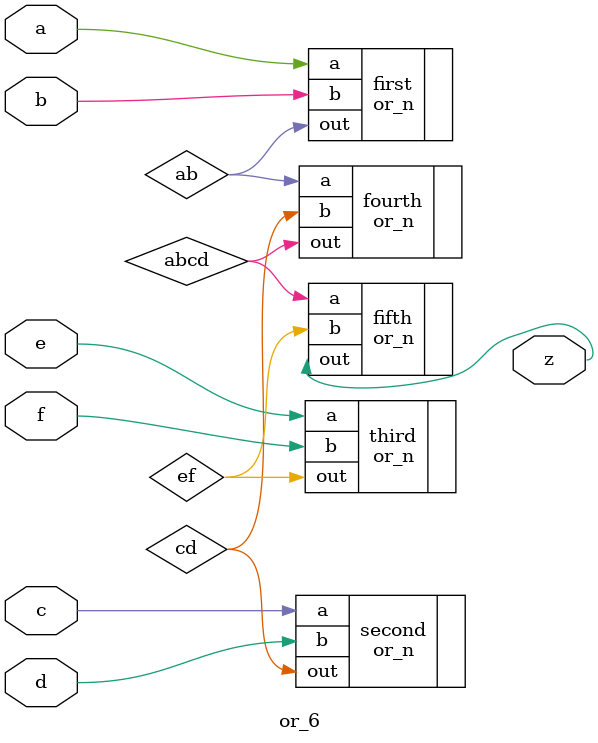
<source format=v>
module or_6 (a,b,c,d,e,f, z);
    input a,b,c,d,e,f;
    output z;
    wire ab, cd, ef, abcd;
    
    or_n first(.a(a), .b(b), .out(ab));
    or_n second(.a(c), .b(d), .out(cd));
    or_n third(.a(e), .b(f), .out(ef));
    or_n fourth(.a(ab), .b(cd), .out(abcd));
    or_n fifth(.a(abcd), .b(ef), .out(z));
endmodule

</source>
